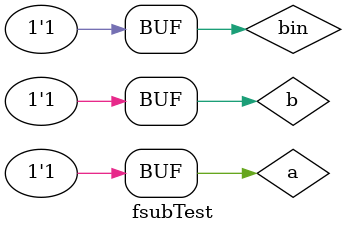
<source format=v>
`timescale 1ns / 1ps


module fsubTest;
 reg a,b,bin;
 wire d,bout;

 fsub tesstingg(a,b,bin,d,bout);
 initial begin
    a=0;b=0;bin=0;#10;
    a=0;b=0;bin=1;#10;
    a=0;b=1;bin=0;#10;
    a=0;b=1;bin=1;#10;
    a=1;b=0;bin=0;#10;
    a=1;b=0;bin=1;#10;
    a=1;b=1;bin=0;#10;
    a=1;b=1;bin=1;#10;
    
 end
endmodule

</source>
